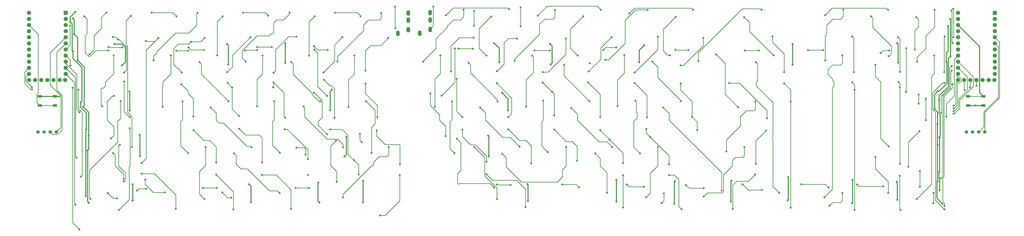
<source format=gbr>
G04 #@! TF.GenerationSoftware,KiCad,Pcbnew,(5.1.9)-1*
G04 #@! TF.CreationDate,2021-02-20T23:04:41-08:00*
G04 #@! TF.ProjectId,kujira,6b756a69-7261-42e6-9b69-6361645f7063,rev?*
G04 #@! TF.SameCoordinates,Original*
G04 #@! TF.FileFunction,Copper,L1,Top*
G04 #@! TF.FilePolarity,Positive*
%FSLAX46Y46*%
G04 Gerber Fmt 4.6, Leading zero omitted, Abs format (unit mm)*
G04 Created by KiCad (PCBNEW (5.1.9)-1) date 2021-02-20 23:04:41*
%MOMM*%
%LPD*%
G01*
G04 APERTURE LIST*
G04 #@! TA.AperFunction,ComponentPad*
%ADD10C,1.752600*%
G04 #@! TD*
G04 #@! TA.AperFunction,ComponentPad*
%ADD11R,1.752600X1.752600*%
G04 #@! TD*
G04 #@! TA.AperFunction,ComponentPad*
%ADD12C,1.397000*%
G04 #@! TD*
G04 #@! TA.AperFunction,ComponentPad*
%ADD13O,1.500000X2.300000*%
G04 #@! TD*
G04 #@! TA.AperFunction,SMDPad,CuDef*
%ADD14R,1.700000X1.000000*%
G04 #@! TD*
G04 #@! TA.AperFunction,ViaPad*
%ADD15C,0.800000*%
G04 #@! TD*
G04 #@! TA.AperFunction,Conductor*
%ADD16C,0.381000*%
G04 #@! TD*
G04 #@! TA.AperFunction,Conductor*
%ADD17C,0.254000*%
G04 #@! TD*
G04 APERTURE END LIST*
D10*
X421857500Y-68293000D03*
X419317500Y-68293000D03*
X416777500Y-68293000D03*
X414237500Y-68293000D03*
X411697500Y-68293000D03*
X409157500Y-40353000D03*
X424168900Y-68293000D03*
X409157500Y-42893000D03*
X409157500Y-45433000D03*
X409157500Y-47973000D03*
X409157500Y-50513000D03*
X409157500Y-53053000D03*
X409157500Y-55593000D03*
X409157500Y-58133000D03*
X409157500Y-60673000D03*
X409157500Y-63213000D03*
X409157500Y-65753000D03*
X409157500Y-68293000D03*
X424397500Y-65753000D03*
X424397500Y-63213000D03*
X424397500Y-60673000D03*
X424397500Y-58133000D03*
X424397500Y-55593000D03*
X424397500Y-53053000D03*
X424397500Y-50513000D03*
X424397500Y-47973000D03*
X424397500Y-45433000D03*
X424397500Y-42893000D03*
D11*
X424397500Y-40353000D03*
D12*
X27559000Y-89916000D03*
X30099000Y-89916000D03*
X32639000Y-89916000D03*
X35179000Y-89916000D03*
D13*
X181102000Y-40430000D03*
X181102000Y-43430000D03*
X181102000Y-47430000D03*
X176802000Y-48930000D03*
X190173500Y-40303000D03*
X190173500Y-43303000D03*
X190173500Y-47303000D03*
X185873500Y-48803000D03*
D14*
X28255000Y-75062000D03*
X34555000Y-75062000D03*
X28255000Y-78862000D03*
X34555000Y-78862000D03*
X419594500Y-78862000D03*
X413294500Y-78862000D03*
X419594500Y-75062000D03*
X413294500Y-75062000D03*
D10*
X36485000Y-68293000D03*
X33945000Y-68293000D03*
X31405000Y-68293000D03*
X28865000Y-68293000D03*
X26325000Y-68293000D03*
X23785000Y-40353000D03*
X38796400Y-68293000D03*
X23785000Y-42893000D03*
X23785000Y-45433000D03*
X23785000Y-47973000D03*
X23785000Y-50513000D03*
X23785000Y-53053000D03*
X23785000Y-55593000D03*
X23785000Y-58133000D03*
X23785000Y-60673000D03*
X23785000Y-63213000D03*
X23785000Y-65753000D03*
X23785000Y-68293000D03*
X39025000Y-65753000D03*
X39025000Y-63213000D03*
X39025000Y-60673000D03*
X39025000Y-58133000D03*
X39025000Y-55593000D03*
X39025000Y-53053000D03*
X39025000Y-50513000D03*
X39025000Y-47973000D03*
X39025000Y-45433000D03*
X39025000Y-42893000D03*
D11*
X39025000Y-40353000D03*
D12*
X412634500Y-89916000D03*
X415174500Y-89916000D03*
X417714500Y-89916000D03*
X420254500Y-89916000D03*
D15*
X47342490Y-116586000D03*
X40894004Y-44196010D03*
X45215052Y-77597000D03*
X47498000Y-88900000D03*
X42989079Y-39957069D03*
X42037000Y-56388000D03*
X36322000Y-75184000D03*
X40865500Y-45720000D03*
X208216500Y-50673000D03*
X198818500Y-64770000D03*
X203517500Y-83693000D03*
X203517500Y-88900000D03*
X229679500Y-121158000D03*
X213515510Y-102235000D03*
X213571569Y-107547940D03*
X208343500Y-45720000D03*
X208470500Y-39497000D03*
X201168000Y-67818000D03*
X407289000Y-50546000D03*
X407113952Y-38704957D03*
X402082000Y-81915000D03*
X401961489Y-109230974D03*
X175641000Y-37846000D03*
X175810475Y-46820525D03*
X267335000Y-54737000D03*
X262001000Y-55753000D03*
X95885000Y-113157000D03*
X101600000Y-113157000D03*
X392811000Y-74422000D03*
X147701000Y-55753000D03*
X141986000Y-54229000D03*
X124460000Y-54610000D03*
X118491010Y-54610000D03*
X147447000Y-74930000D03*
X142113000Y-55626000D03*
X134366000Y-113157000D03*
X139954000Y-113157000D03*
X196596000Y-91567000D03*
X190246000Y-73787000D03*
X201231500Y-92710000D03*
X216655933Y-113036067D03*
X61468000Y-95250000D03*
X63119000Y-110474003D03*
X225234500Y-60325000D03*
X241871500Y-39154021D03*
X65659000Y-83820000D03*
X58547000Y-50419000D03*
X63246000Y-65151000D03*
X65659000Y-88392000D03*
X61087000Y-122301000D03*
X60833000Y-51435000D03*
X63274361Y-68903959D03*
X77470000Y-50800000D03*
X70485000Y-102870000D03*
X84709000Y-121793000D03*
X72276000Y-52095489D03*
X70485000Y-107276979D03*
X96647000Y-50800000D03*
X86995000Y-70104000D03*
X91948000Y-83439000D03*
X92075000Y-89154000D03*
X101473000Y-102616000D03*
X108585000Y-122047000D03*
X87122000Y-65151000D03*
X91059000Y-52422490D03*
X101473000Y-107657979D03*
X106172000Y-69596000D03*
X110871000Y-83185000D03*
X110998000Y-88519000D03*
X120523000Y-102616000D03*
X132461000Y-121920000D03*
X106045000Y-65024000D03*
X115697000Y-50453990D03*
X120396000Y-107784979D03*
X108013500Y-71408990D03*
X41021000Y-62357000D03*
X44704000Y-81661000D03*
X406527000Y-62484000D03*
X43526010Y-100584000D03*
X406527000Y-64389000D03*
X125222000Y-69342000D03*
X130048000Y-83947000D03*
X129921000Y-88773000D03*
X125222000Y-65278000D03*
X134747000Y-50291992D03*
X139446000Y-101219000D03*
X125095000Y-71374000D03*
X139446000Y-107784979D03*
X153797000Y-50482500D03*
X145923000Y-65151000D03*
X148774430Y-88830421D03*
X150495000Y-83947000D03*
X146177000Y-68199000D03*
X158496000Y-101600000D03*
X160528000Y-107568996D03*
X45396011Y-108458000D03*
X172847000Y-50800000D03*
X163322000Y-64389000D03*
X163322000Y-69850000D03*
X168275000Y-83820000D03*
X168021000Y-89281000D03*
X177673000Y-103378000D03*
X177546000Y-107823000D03*
X169418000Y-124587000D03*
X44704000Y-130429000D03*
X43053000Y-120142000D03*
X392811000Y-78105002D03*
X25035425Y-72246575D03*
X24961319Y-71247000D03*
X41925991Y-71501000D03*
X217868500Y-64643000D03*
X226123500Y-51054000D03*
X217741500Y-69596000D03*
X222567500Y-83693000D03*
X222567500Y-88773000D03*
X232092500Y-102997000D03*
X227647500Y-45974000D03*
X227647500Y-38192010D03*
X246443500Y-51054000D03*
X241617500Y-83058000D03*
X241617500Y-88900000D03*
X251142500Y-101854000D03*
X236791500Y-69342006D03*
X236918500Y-65024000D03*
X240696747Y-73247253D03*
X260667500Y-83693000D03*
X260667500Y-89154000D03*
X270192500Y-102870000D03*
X270192500Y-107950000D03*
X270192500Y-121285000D03*
X265468100Y-50469800D03*
X255714500Y-69342000D03*
X255841500Y-64770000D03*
X264604510Y-93091000D03*
X294449500Y-122047000D03*
X289242500Y-107823000D03*
X284543500Y-50292000D03*
X275018500Y-65151000D03*
X275018500Y-69596000D03*
X279844500Y-88646000D03*
X280098500Y-83820000D03*
X281432000Y-92011500D03*
X289242500Y-103378000D03*
X294068500Y-69723000D03*
X298767500Y-83566000D03*
X294068500Y-62230000D03*
X303466500Y-50800000D03*
X300916892Y-89144392D03*
X339661500Y-121412000D03*
X336994500Y-69723000D03*
X336994500Y-65024000D03*
X332168500Y-50199990D03*
X339661500Y-77314490D03*
X315658500Y-121920000D03*
X324929500Y-107569000D03*
X325183500Y-103124000D03*
X314134500Y-69596000D03*
X329882500Y-84201000D03*
X329501500Y-89281000D03*
X191452500Y-37719000D03*
X207899000Y-55245000D03*
X201929996Y-55245000D03*
X297307000Y-55880000D03*
X291846000Y-55753000D03*
X223520000Y-111887000D03*
X217805000Y-111760000D03*
X251904500Y-112903000D03*
X244919500Y-111760000D03*
X278828500Y-112649000D03*
X271716500Y-111760000D03*
X187261500Y-60706000D03*
X204025500Y-39144510D03*
X262826500Y-59944000D03*
X280352500Y-39154021D03*
X301434500Y-60452000D03*
X327596500Y-39100032D03*
X376936000Y-57121500D03*
X380619000Y-56007000D03*
X391160000Y-55626000D03*
X391795000Y-42164000D03*
X93726000Y-40386000D03*
X75438000Y-60071000D03*
X131826000Y-40259000D03*
X113665000Y-60579000D03*
X142240000Y-41783000D03*
X139954000Y-58166000D03*
X320611500Y-56007000D03*
X326453500Y-56007000D03*
X194945000Y-74803000D03*
X200440999Y-55210007D03*
X403415500Y-120650000D03*
X196659500Y-41402000D03*
X222948500Y-38890510D03*
X54229000Y-79248000D03*
X58928000Y-58166000D03*
X325056500Y-77244500D03*
X312991500Y-98044000D03*
X163576000Y-77089000D03*
X165862000Y-98615502D03*
X149352000Y-72263000D03*
X148669501Y-80946499D03*
X154590490Y-100171510D03*
X69797501Y-100001499D03*
X69723000Y-91059000D03*
X48641000Y-119380000D03*
X162284490Y-119221510D03*
X162306000Y-110236000D03*
X115824004Y-119126000D03*
X42037000Y-42672000D03*
X46228000Y-79375000D03*
X62357000Y-62230000D03*
X59182000Y-53339988D03*
X106426000Y-61849000D03*
X105918000Y-53340000D03*
X66854490Y-118438510D03*
X66802000Y-111633000D03*
X115062000Y-111633000D03*
X144272000Y-119253000D03*
X143764000Y-110963000D03*
X65532000Y-81026000D03*
X65452522Y-73025000D03*
X48133004Y-97536000D03*
X48533003Y-91420997D03*
X130079490Y-52990490D03*
X130048000Y-61214000D03*
X42545000Y-49276000D03*
X43953778Y-60107827D03*
X354012500Y-60198000D03*
X361505500Y-39116000D03*
X258635500Y-98806000D03*
X263461500Y-115189000D03*
X151384000Y-110617000D03*
X169890249Y-40478685D03*
X151765000Y-60579000D03*
X218122500Y-77216000D03*
X206057500Y-61087000D03*
X245706900Y-62001400D03*
X256222500Y-77089000D03*
X82612782Y-58103218D03*
X79248000Y-79375000D03*
X199199500Y-77216000D03*
X200215500Y-98679000D03*
X284600933Y-96208567D03*
X279717500Y-117094000D03*
X380174500Y-115189000D03*
X374840500Y-100330000D03*
X365188500Y-50165000D03*
X365823500Y-65024000D03*
X365188500Y-69250000D03*
X366204500Y-122301000D03*
X366204501Y-72389999D03*
X384238500Y-50546000D03*
X385000500Y-64897000D03*
X384492500Y-69123000D03*
X385000500Y-103124000D03*
X384873500Y-108077000D03*
X385254500Y-122301000D03*
X385000500Y-71408990D03*
X403542500Y-50165000D03*
X403387000Y-65024000D03*
X403542500Y-69469000D03*
X403450490Y-122047000D03*
X141971019Y-73577357D03*
X327774468Y-113995032D03*
X319722500Y-111633000D03*
X234759500Y-41529000D03*
X260921500Y-39100032D03*
X272796000Y-40640000D03*
X299212000Y-39116000D03*
X332549500Y-58039000D03*
X320412029Y-42192510D03*
X194373500Y-58039000D03*
X192087500Y-79375000D03*
X232473500Y-58194500D03*
X229933500Y-79375000D03*
X270700500Y-57912000D03*
X267906500Y-79121000D03*
X66040000Y-41656000D03*
X66445261Y-96139000D03*
X104140000Y-41783000D03*
X101854000Y-58039000D03*
X134747000Y-96393000D03*
X138557000Y-99314000D03*
X287083500Y-115443000D03*
X286194500Y-119431000D03*
X80137000Y-115062000D03*
X58674000Y-98679000D03*
X72009000Y-109728000D03*
X63119000Y-109474000D03*
X56515000Y-115316000D03*
X60325000Y-117475000D03*
X97027282Y-96167500D03*
X96520000Y-117728996D03*
X107696000Y-117221000D03*
X103999032Y-115075968D03*
X55880000Y-40259000D03*
X48895000Y-57658000D03*
X127762000Y-115316000D03*
X108839000Y-98806000D03*
X172986532Y-96167500D03*
X154051000Y-117094000D03*
X405955500Y-58420000D03*
X401256500Y-106630823D03*
X401383494Y-114173000D03*
X401291490Y-92202000D03*
X44323000Y-72390000D03*
X406452234Y-39454713D03*
X406908000Y-52959000D03*
X387604000Y-55118000D03*
X387512285Y-73247253D03*
X404241000Y-83566000D03*
X407289000Y-82296000D03*
X407289000Y-81279994D03*
X407239982Y-79071966D03*
X407274433Y-80153091D03*
X406781000Y-69977000D03*
X155355990Y-91948000D03*
X151130000Y-93564010D03*
X401291499Y-76552499D03*
X404177500Y-60706000D03*
X402653500Y-119761000D03*
X230695500Y-118618000D03*
X383857500Y-118110000D03*
X383603500Y-110617000D03*
X365315500Y-109855000D03*
X365061500Y-119507000D03*
X338645500Y-108712000D03*
X338391500Y-118364000D03*
X315150500Y-110109000D03*
X291401500Y-119761000D03*
X267398508Y-118872000D03*
X214439500Y-100076000D03*
X214185500Y-91440000D03*
X222440500Y-80899000D03*
X220027500Y-73660000D03*
X384273500Y-61087000D03*
X383857500Y-52959000D03*
X340423500Y-61976000D03*
X340423497Y-53340003D03*
X256349500Y-61341000D03*
X218757500Y-60960000D03*
X314896500Y-118872000D03*
X291655500Y-110362996D03*
X267398500Y-109855000D03*
X400592990Y-86487000D03*
X400621500Y-95250000D03*
X400592990Y-110490000D03*
X230530676Y-111595176D03*
X400685000Y-72898000D03*
X399366487Y-80356010D03*
X216662006Y-52959000D03*
X278892000Y-53848000D03*
X276860000Y-60960000D03*
X240157000Y-61849000D03*
X239903000Y-53213000D03*
X89789000Y-56134000D03*
X84836000Y-56134000D03*
X62484000Y-54737000D03*
X56769000Y-54610000D03*
X118491000Y-55880000D03*
X113411000Y-56007000D03*
X96393000Y-55753000D03*
X89916000Y-54737000D03*
X355409500Y-113030000D03*
X344106500Y-111633000D03*
X378142500Y-112522000D03*
X367220500Y-111760000D03*
X393319000Y-112649000D03*
X393319000Y-106172000D03*
X388556500Y-104394002D03*
X393128500Y-89535000D03*
X411861000Y-72517000D03*
X413954375Y-71435375D03*
X416777500Y-70704010D03*
X161798000Y-94107000D03*
X161036000Y-90741500D03*
X147460269Y-90791731D03*
X405834989Y-42926000D03*
X416306000Y-78867000D03*
X404939494Y-45847000D03*
X346900500Y-55880000D03*
X353123500Y-55880000D03*
X56769000Y-56007000D03*
X46736000Y-41783000D03*
X303593500Y-113284000D03*
X296227500Y-112014000D03*
X395732000Y-76073000D03*
X395732000Y-84963000D03*
X59055000Y-74930000D03*
X57785000Y-92583000D03*
X68580000Y-114300000D03*
X72390000Y-113538000D03*
X213550500Y-58166000D03*
X215455500Y-41910000D03*
X251396500Y-58166000D03*
X253682500Y-41783000D03*
X292036500Y-42037000D03*
X289623500Y-58038998D03*
X354012506Y-41275000D03*
X380055327Y-39084032D03*
X373062500Y-41783000D03*
X380366624Y-58409327D03*
X392112500Y-60706000D03*
X399351500Y-39081010D03*
X74676000Y-40259000D03*
X84963000Y-41783000D03*
X112649000Y-40259000D03*
X123063000Y-41529000D03*
X161290000Y-41783000D03*
X150749000Y-40259000D03*
X282384500Y-60706000D03*
X294195500Y-77088999D03*
X308800500Y-57658000D03*
X317944500Y-79657521D03*
X325183500Y-60833000D03*
X334962500Y-115189000D03*
X361124500Y-58039000D03*
X353631500Y-117094000D03*
X380301500Y-95885000D03*
X374840500Y-61976000D03*
X399224500Y-58166000D03*
X391985500Y-117729000D03*
X106553000Y-77089000D03*
X94488000Y-60833000D03*
X120650000Y-58194500D03*
X118364000Y-79248000D03*
X132588000Y-60833000D03*
X144653000Y-77216000D03*
X158750000Y-58194500D03*
X156337000Y-79502000D03*
X210883500Y-79756000D03*
X227266500Y-96012000D03*
X237045500Y-76835000D03*
X238950500Y-98298000D03*
X248729500Y-80010000D03*
X265711309Y-96138999D03*
X275272500Y-76835000D03*
X277177500Y-98806000D03*
X286829500Y-79756000D03*
X311086500Y-114300000D03*
X49276000Y-117729000D03*
X61849000Y-77089000D03*
X87503000Y-77216000D03*
X89789000Y-98679000D03*
X99187000Y-79756000D03*
X116078000Y-96266000D03*
X125476000Y-77117500D03*
X127889000Y-98551994D03*
X137715692Y-79284986D03*
X154048795Y-96274322D03*
X208432225Y-96167500D03*
X217868500Y-117729000D03*
X246570500Y-96139000D03*
X220027500Y-98933000D03*
X320484500Y-96294500D03*
X303593500Y-116713000D03*
X361124500Y-115316000D03*
X355790500Y-120523000D03*
X398970500Y-115189000D03*
X398843500Y-119507000D03*
X239903000Y-56007000D03*
X233426000Y-56007000D03*
D16*
X28255000Y-75062000D02*
X34555000Y-75062000D01*
X47498000Y-81915000D02*
X47498000Y-88900000D01*
X47342490Y-116586000D02*
X47342490Y-89055510D01*
X47342490Y-89055510D02*
X47498000Y-88900000D01*
X45215052Y-79632052D02*
X47498000Y-81915000D01*
X45215052Y-77597000D02*
X45215052Y-79632052D01*
X40894004Y-44196010D02*
X40894004Y-42052144D01*
X40894004Y-42052144D02*
X42989079Y-39957069D01*
X42037000Y-59366683D02*
X42037000Y-56388000D01*
X41656000Y-44958006D02*
X41656000Y-56007000D01*
X40894004Y-44196010D02*
X41656000Y-44958006D01*
X45720000Y-77092052D02*
X45720000Y-63049683D01*
X45720000Y-63049683D02*
X42037000Y-59366683D01*
X41656000Y-56007000D02*
X42037000Y-56388000D01*
X45215052Y-77597000D02*
X45720000Y-77092052D01*
X36200000Y-75062000D02*
X36322000Y-75184000D01*
X34555000Y-75062000D02*
X36200000Y-75062000D01*
D17*
X40865500Y-53752500D02*
X40865500Y-45720000D01*
X39025000Y-55593000D02*
X40865500Y-53752500D01*
X229679500Y-121158000D02*
X229679500Y-113665000D01*
X229679500Y-113665000D02*
X225996500Y-109982000D01*
X225996500Y-109982000D02*
X216005629Y-109982000D01*
X216005629Y-109982000D02*
X213571569Y-107547940D01*
X213515510Y-99914010D02*
X213515510Y-102235000D01*
X208851500Y-95250000D02*
X213515510Y-99914010D01*
X206946500Y-95250000D02*
X208851500Y-95250000D01*
X203517500Y-91821000D02*
X206946500Y-95250000D01*
X203517500Y-88900000D02*
X203517500Y-91821000D01*
X208343500Y-45720000D02*
X208343500Y-39624000D01*
X208343500Y-39624000D02*
X208470500Y-39497000D01*
X203517500Y-83693000D02*
X201168000Y-81343500D01*
X201168000Y-81343500D02*
X201168000Y-67818000D01*
X198818500Y-54165500D02*
X198818500Y-64770000D01*
X202311000Y-50673000D02*
X198818500Y-54165500D01*
X208216500Y-50673000D02*
X202311000Y-50673000D01*
X407289000Y-38880005D02*
X407113952Y-38704957D01*
X407289000Y-50546000D02*
X407289000Y-38880005D01*
X175641000Y-46651050D02*
X175810475Y-46820525D01*
X175641000Y-37846000D02*
X175641000Y-46651050D01*
X263017000Y-54737000D02*
X262001000Y-55753000D01*
X267335000Y-54737000D02*
X263017000Y-54737000D01*
X95885000Y-113157000D02*
X101600000Y-113157000D01*
X143510000Y-55753000D02*
X141986000Y-54229000D01*
X147701000Y-55753000D02*
X143510000Y-55753000D01*
X124460000Y-54610000D02*
X118491010Y-54610000D01*
X143517001Y-57030001D02*
X142113000Y-55626000D01*
X147447000Y-74930000D02*
X143517001Y-71000001D01*
X143517001Y-71000001D02*
X143517001Y-57030001D01*
X134366000Y-113157000D02*
X139954000Y-113157000D01*
X194060249Y-82679039D02*
X190246000Y-78864790D01*
X194060249Y-84960961D02*
X194060249Y-82679039D01*
X190246000Y-78864790D02*
X190246000Y-73787000D01*
X196596000Y-87496712D02*
X194060249Y-84960961D01*
X196596000Y-91567000D02*
X196596000Y-87496712D01*
X201530001Y-111106001D02*
X202057000Y-111633000D01*
X201530001Y-107254302D02*
X201530001Y-111106001D01*
X202882500Y-94361000D02*
X202882500Y-105901803D01*
X201231500Y-92710000D02*
X202882500Y-94361000D01*
X202882500Y-105901803D02*
X201530001Y-107254302D01*
X214963965Y-111344099D02*
X216655933Y-113036067D01*
X202345901Y-111344099D02*
X214963965Y-111344099D01*
X202057000Y-111633000D02*
X202345901Y-111344099D01*
X63846001Y-109822961D02*
X63194959Y-110474003D01*
X63846001Y-106892713D02*
X63846001Y-109822961D01*
X60964249Y-104010961D02*
X63846001Y-106892713D01*
X63194959Y-110474003D02*
X63119000Y-110474003D01*
X60964249Y-95753751D02*
X60964249Y-104010961D01*
X61468000Y-95250000D02*
X60964249Y-95753751D01*
X235496751Y-45138249D02*
X237676990Y-42958010D01*
X225234500Y-60325000D02*
X225234500Y-59621288D01*
X237676990Y-42958010D02*
X241164804Y-42958010D01*
X225234500Y-59621288D02*
X235496751Y-49359037D01*
X241164804Y-42958010D02*
X241871500Y-42251314D01*
X235496751Y-49359037D02*
X235496751Y-45138249D01*
X241871500Y-42251314D02*
X241871500Y-39154021D01*
X28255000Y-78862000D02*
X34555000Y-78862000D01*
X419594500Y-75062000D02*
X413294500Y-75062000D01*
X59817000Y-50419000D02*
X60833000Y-51435000D01*
X58547000Y-50419000D02*
X59817000Y-50419000D01*
X61183871Y-51435000D02*
X60833000Y-51435000D01*
X64271511Y-54522640D02*
X61183871Y-51435000D01*
X63246000Y-65151000D02*
X64271511Y-64125489D01*
X64271511Y-64125489D02*
X64271511Y-54522640D01*
X63274361Y-81435361D02*
X63274361Y-68903959D01*
X65659000Y-83820000D02*
X63274361Y-81435361D01*
X65659000Y-88392000D02*
X65718251Y-88451251D01*
X65370002Y-118017998D02*
X61087000Y-122301000D01*
X65324249Y-108952285D02*
X65370002Y-108998038D01*
X65718251Y-88451251D02*
X65718251Y-104139037D01*
X65370002Y-108998038D02*
X65370002Y-118017998D01*
X65324249Y-104533039D02*
X65324249Y-108952285D01*
X65718251Y-104139037D02*
X65324249Y-104533039D01*
X70485000Y-102870000D02*
X72424999Y-100930001D01*
X72424999Y-100930001D02*
X72424999Y-55845001D01*
X72377511Y-52197000D02*
X72276000Y-52095489D01*
X76073000Y-52197000D02*
X72377511Y-52197000D01*
X72424999Y-55845001D02*
X76073000Y-52197000D01*
X76073000Y-52197000D02*
X77470000Y-50800000D01*
X84709000Y-116078000D02*
X75907979Y-107276979D01*
X75907979Y-107276979D02*
X70485000Y-107276979D01*
X84709000Y-121793000D02*
X84709000Y-116078000D01*
X92075000Y-89154000D02*
X96393000Y-93472000D01*
X96393000Y-93472000D02*
X98806000Y-93472000D01*
X101473000Y-96139000D02*
X101473000Y-102616000D01*
X98806000Y-93472000D02*
X101473000Y-96139000D01*
X89823999Y-73945461D02*
X91948000Y-76069462D01*
X89823999Y-72932999D02*
X89823999Y-73945461D01*
X91948000Y-76069462D02*
X91948000Y-83439000D01*
X86995000Y-70104000D02*
X88392000Y-71501000D01*
X88392000Y-71501000D02*
X89823999Y-72932999D01*
X95024510Y-52422490D02*
X91059000Y-52422490D01*
X96647000Y-50800000D02*
X95024510Y-52422490D01*
X108585000Y-122047000D02*
X108585000Y-114769979D01*
X108585000Y-114769979D02*
X101473000Y-107657979D01*
X85725000Y-53340000D02*
X90141490Y-53340000D01*
X83820000Y-55245000D02*
X85725000Y-53340000D01*
X83820000Y-61849000D02*
X83820000Y-55245000D01*
X85463999Y-63492999D02*
X83820000Y-61849000D01*
X85702961Y-63492999D02*
X85463999Y-63492999D01*
X90141490Y-53340000D02*
X91059000Y-52422490D01*
X86367001Y-64157039D02*
X85702961Y-63492999D01*
X86367001Y-64396001D02*
X86367001Y-64157039D01*
X87122000Y-65151000D02*
X86367001Y-64396001D01*
X110998000Y-88519000D02*
X113665000Y-91186000D01*
X113665000Y-91186000D02*
X119380000Y-91186000D01*
X120523000Y-92329000D02*
X120523000Y-102616000D01*
X119380000Y-91186000D02*
X120523000Y-92329000D01*
X132461000Y-121920000D02*
X132461000Y-113919000D01*
X132461000Y-113919000D02*
X126326979Y-107784979D01*
X126326979Y-107784979D02*
X120396000Y-107784979D01*
X108204000Y-57946990D02*
X115697000Y-50453990D01*
X108204000Y-62865000D02*
X108204000Y-57946990D01*
X106045000Y-65024000D02*
X108204000Y-62865000D01*
X106172000Y-69596000D02*
X107984990Y-71408990D01*
X110871000Y-83185000D02*
X108013500Y-80327500D01*
X107984990Y-71408990D02*
X108013500Y-71408990D01*
X108013500Y-80327500D02*
X108013500Y-71408990D01*
X39025000Y-58133000D02*
X41021000Y-60129000D01*
X41021000Y-60129000D02*
X41021000Y-62357000D01*
X43595995Y-80552995D02*
X44704000Y-81661000D01*
X39025000Y-60673000D02*
X39025000Y-61436962D01*
X39025000Y-61436962D02*
X43595995Y-66007957D01*
X43595995Y-66007957D02*
X43595995Y-80552995D01*
X402082000Y-81915000D02*
X402082000Y-75031025D01*
X402082000Y-75031025D02*
X405599988Y-71513037D01*
X405599988Y-71513037D02*
X405599988Y-63411012D01*
X405599988Y-63411012D02*
X406527000Y-62484000D01*
X43126011Y-100184001D02*
X43526010Y-100584000D01*
X43126011Y-67314011D02*
X43126011Y-100184001D01*
X39025000Y-63213000D02*
X43126011Y-67314011D01*
X406053998Y-64862002D02*
X406527000Y-64389000D01*
X401961489Y-109230974D02*
X402809000Y-108383463D01*
X402809000Y-108383463D02*
X402809001Y-74946092D01*
X406053998Y-71701095D02*
X406053998Y-64862002D01*
X402809001Y-74946092D02*
X406053998Y-71701095D01*
X129540000Y-83439000D02*
X130048000Y-83947000D01*
X129540000Y-73660000D02*
X129540000Y-83439000D01*
X125222000Y-69342000D02*
X129540000Y-73660000D01*
X129921000Y-88773000D02*
X130944068Y-88773000D01*
X139446000Y-97274932D02*
X139446000Y-101219000D01*
X133353534Y-91182466D02*
X139446000Y-97274932D01*
X130944068Y-88773000D02*
X133353534Y-91182466D01*
X125222000Y-69342000D02*
X125222000Y-71247000D01*
X125222000Y-71247000D02*
X125095000Y-71374000D01*
X131445008Y-50291992D02*
X134747000Y-50291992D01*
X126047500Y-55689500D02*
X131445008Y-50291992D01*
X126047500Y-64452500D02*
X126047500Y-55689500D01*
X125222000Y-65278000D02*
X126047500Y-64452500D01*
X150558500Y-60515500D02*
X145923000Y-65151000D01*
X153797000Y-50482500D02*
X150558500Y-53721000D01*
X150558500Y-53721000D02*
X150558500Y-60515500D01*
X150495000Y-83947000D02*
X150495000Y-71824315D01*
X150495000Y-71824315D02*
X149155685Y-70485000D01*
X149155685Y-70485000D02*
X148209000Y-70485000D01*
X148209000Y-70231000D02*
X148209000Y-70485000D01*
X146177000Y-68199000D02*
X148209000Y-70231000D01*
X158496000Y-101600000D02*
X160528000Y-103632000D01*
X160528000Y-103632000D02*
X160528000Y-107568996D01*
X163322000Y-56134000D02*
X163322000Y-64389000D01*
X165481000Y-53975000D02*
X163322000Y-56134000D01*
X169672000Y-53975000D02*
X165481000Y-53975000D01*
X172847000Y-50800000D02*
X169672000Y-53975000D01*
X168275000Y-78867000D02*
X168275000Y-83820000D01*
X163322000Y-73914000D02*
X168275000Y-78867000D01*
X163322000Y-69850000D02*
X163322000Y-73914000D01*
X177546000Y-107823000D02*
X177546000Y-118491000D01*
X171450000Y-124587000D02*
X169418000Y-124587000D01*
X177546000Y-118491000D02*
X171450000Y-124587000D01*
X177419000Y-95123000D02*
X177673000Y-95377000D01*
X177673000Y-95377000D02*
X177673000Y-103378000D01*
X171577000Y-95123000D02*
X177419000Y-95123000D01*
X168021000Y-91567000D02*
X171577000Y-95123000D01*
X168021000Y-89281000D02*
X168021000Y-91567000D01*
X39025000Y-65753000D02*
X39025000Y-66479451D01*
X42653001Y-69381001D02*
X39025000Y-65753000D01*
X43053000Y-120142000D02*
X42653001Y-119742001D01*
X42653001Y-119742001D02*
X42653001Y-69381001D01*
X392811000Y-74422000D02*
X392811000Y-78105002D01*
X27077999Y-74300399D02*
X27077999Y-77684999D01*
X23785000Y-45433000D02*
X27651002Y-49299002D01*
X27651002Y-73727396D02*
X27077999Y-74300399D01*
X27077999Y-77684999D02*
X28255000Y-78862000D01*
X27651002Y-49299002D02*
X27651002Y-73727396D01*
X24469740Y-72246575D02*
X25035425Y-72246575D01*
X22024990Y-69801825D02*
X24469740Y-72246575D01*
X23785000Y-63213000D02*
X22024990Y-64973010D01*
X22024990Y-64973010D02*
X22024990Y-69801825D01*
X22479000Y-68764681D02*
X24961319Y-71247000D01*
X23785000Y-65753000D02*
X22479000Y-67059000D01*
X22479000Y-67059000D02*
X22479000Y-68764681D01*
X44704000Y-130429000D02*
X41925991Y-127650991D01*
X41925991Y-127650991D02*
X41925991Y-71501000D01*
X222567500Y-88773000D02*
X227139500Y-93345000D01*
X227139500Y-93345000D02*
X229806500Y-93345000D01*
X229806500Y-93345000D02*
X232092500Y-95631000D01*
X232092500Y-95631000D02*
X232092500Y-102997000D01*
X223964500Y-82296000D02*
X222567500Y-83693000D01*
X223964500Y-75819000D02*
X223964500Y-82296000D01*
X217741500Y-69596000D02*
X223964500Y-75819000D01*
X222634536Y-51054000D02*
X226123500Y-51054000D01*
X220789500Y-52899036D02*
X222634536Y-51054000D01*
X220789500Y-61722000D02*
X220789500Y-52899036D01*
X217868500Y-64643000D02*
X220789500Y-61722000D01*
X227647500Y-45974000D02*
X227647500Y-38192010D01*
X241617500Y-88900000D02*
X246570500Y-93853000D01*
X246570500Y-93853000D02*
X249110500Y-93853000D01*
X251142500Y-95885000D02*
X251142500Y-101854000D01*
X249110500Y-93853000D02*
X251142500Y-95885000D01*
X241617500Y-83058000D02*
X241617500Y-74168006D01*
X240696747Y-73247253D02*
X236791500Y-69342006D01*
X241617500Y-74168006D02*
X240696747Y-73247253D01*
X239014000Y-65024000D02*
X236918500Y-65024000D01*
X246443500Y-57594500D02*
X239014000Y-65024000D01*
X246443500Y-51054000D02*
X246443500Y-57594500D01*
X270192500Y-107950000D02*
X270192500Y-121285000D01*
X260667500Y-83693000D02*
X260667500Y-74295000D01*
X260667500Y-74295000D02*
X255714500Y-69342000D01*
X260667500Y-89154000D02*
X264604500Y-93091000D01*
X264604500Y-93091000D02*
X264604510Y-93091000D01*
X270192500Y-102870000D02*
X270192500Y-98678990D01*
X270192500Y-98678990D02*
X264604510Y-93091000D01*
X260985000Y-59626500D02*
X255841500Y-64770000D01*
X260985000Y-54952900D02*
X260985000Y-59626500D01*
X265468100Y-50469800D02*
X260985000Y-54952900D01*
X284543500Y-50292000D02*
X284543500Y-55626000D01*
X284543500Y-55626000D02*
X275018500Y-65151000D01*
X279844500Y-90424000D02*
X279844500Y-88646000D01*
X280098500Y-74676000D02*
X280098500Y-83820000D01*
X275018500Y-69596000D02*
X280098500Y-74676000D01*
X291401500Y-107823000D02*
X289242500Y-107823000D01*
X293306500Y-109728000D02*
X291401500Y-107823000D01*
X293306500Y-120904000D02*
X293306500Y-109728000D01*
X294449500Y-122047000D02*
X293306500Y-120904000D01*
X281432000Y-92011500D02*
X279844500Y-90424000D01*
X289242500Y-99822000D02*
X289242500Y-103378000D01*
X281432000Y-92011500D02*
X289242500Y-99822000D01*
X294068500Y-69723000D02*
X294068500Y-72517000D01*
X298767500Y-77216000D02*
X298767500Y-83566000D01*
X294068500Y-72517000D02*
X298767500Y-77216000D01*
X294068500Y-62230000D02*
X295211500Y-62230000D01*
X295211500Y-62230000D02*
X303466500Y-53975000D01*
X303466500Y-53975000D02*
X303466500Y-50800000D01*
X300916892Y-85715392D02*
X300916892Y-89144392D01*
X298767500Y-83566000D02*
X300916892Y-85715392D01*
X336994500Y-65024000D02*
X336994500Y-57441684D01*
X336994500Y-57441684D02*
X332168500Y-52615684D01*
X332168500Y-52615684D02*
X332168500Y-50199990D01*
X339661500Y-72390000D02*
X339661500Y-77314490D01*
X336994500Y-69723000D02*
X339661500Y-72390000D01*
X339661500Y-121412000D02*
X339661500Y-77314490D01*
X329882500Y-80994538D02*
X329882500Y-84201000D01*
X318483962Y-69596000D02*
X329882500Y-80994538D01*
X314134500Y-69596000D02*
X318483962Y-69596000D01*
X315658500Y-121920000D02*
X315658500Y-112014000D01*
X322135500Y-110363000D02*
X324929500Y-107569000D01*
X315658500Y-112014000D02*
X317309500Y-110363000D01*
X317309500Y-110363000D02*
X322135500Y-110363000D01*
X325183500Y-103124000D02*
X325183500Y-93599000D01*
X325183500Y-93599000D02*
X329501500Y-89281000D01*
X191452500Y-38284685D02*
X191452500Y-37719000D01*
X191452500Y-45875000D02*
X191452500Y-38284685D01*
X190173500Y-47154000D02*
X191452500Y-45875000D01*
X207899000Y-55245000D02*
X201929996Y-55245000D01*
X293471318Y-55969182D02*
X293560500Y-55880000D01*
X291973000Y-55880000D02*
X291846000Y-55753000D01*
X297307000Y-55880000D02*
X291973000Y-55880000D01*
X217932000Y-111887000D02*
X217805000Y-111760000D01*
X223520000Y-111887000D02*
X217932000Y-111887000D01*
X250761500Y-111760000D02*
X244919500Y-111760000D01*
X251904500Y-112903000D02*
X250761500Y-111760000D01*
X272605500Y-112649000D02*
X271716500Y-111760000D01*
X278828500Y-112649000D02*
X272605500Y-112649000D01*
X204025500Y-42124314D02*
X204025500Y-39144510D01*
X202806815Y-43342999D02*
X204025500Y-42124314D01*
X199798501Y-43342999D02*
X202806815Y-43342999D01*
X187261500Y-60706000D02*
X187261500Y-60452000D01*
X197396751Y-46332961D02*
X197396751Y-45744749D01*
X192514510Y-51215202D02*
X197396751Y-46332961D01*
X197396751Y-45744749D02*
X199798501Y-43342999D01*
X192514510Y-55198990D02*
X192514510Y-51215202D01*
X187261500Y-60452000D02*
X192514510Y-55198990D01*
X279391804Y-39083990D02*
X279423814Y-39116000D01*
X271042749Y-43512437D02*
X275471196Y-39083990D01*
X280314479Y-39116000D02*
X280352500Y-39154021D01*
X271042749Y-53061251D02*
X271042749Y-43512437D01*
X265970010Y-58133990D02*
X271042749Y-53061251D01*
X265819196Y-58133990D02*
X265970010Y-58133990D01*
X265592490Y-58360696D02*
X265819196Y-58133990D01*
X275471196Y-39083990D02*
X279391804Y-39083990D01*
X265592490Y-58511510D02*
X265592490Y-58360696D01*
X279423814Y-39116000D02*
X280314479Y-39116000D01*
X264160000Y-59944000D02*
X265592490Y-58511510D01*
X262826500Y-59944000D02*
X264160000Y-59944000D01*
X327196501Y-38700033D02*
X327596500Y-39100032D01*
X319630467Y-38700033D02*
X327196501Y-38700033D01*
X301434500Y-56896000D02*
X319630467Y-38700033D01*
X301434500Y-60452000D02*
X301434500Y-56896000D01*
X378050500Y-56007000D02*
X380619000Y-56007000D01*
X376936000Y-57121500D02*
X378050500Y-56007000D01*
X392691001Y-46332961D02*
X392691001Y-43060001D01*
X391160000Y-47863962D02*
X392691001Y-46332961D01*
X392691001Y-43060001D02*
X391795000Y-42164000D01*
X391160000Y-55626000D02*
X391160000Y-47863962D01*
X90133038Y-48768000D02*
X93326001Y-45575037D01*
X84582000Y-48768000D02*
X90133038Y-48768000D01*
X93326001Y-40785999D02*
X93726000Y-40386000D01*
X76708000Y-56642000D02*
X84582000Y-48768000D01*
X76708000Y-57150000D02*
X76708000Y-56642000D01*
X75438000Y-58420000D02*
X76708000Y-57150000D01*
X93326001Y-45575037D02*
X93326001Y-40785999D01*
X75438000Y-60071000D02*
X75438000Y-58420000D01*
X112268000Y-56007000D02*
X112268000Y-59182000D01*
X124890001Y-48972999D02*
X124218039Y-48972999D01*
X125257999Y-48605001D02*
X124890001Y-48972999D01*
X112268000Y-59182000D02*
X113665000Y-60579000D01*
X124218039Y-48972999D02*
X123267999Y-49923039D01*
X125257999Y-44579039D02*
X125257999Y-48605001D01*
X118351961Y-49923039D02*
X112268000Y-56007000D01*
X123267999Y-49923039D02*
X118351961Y-49923039D01*
X126494039Y-43342999D02*
X125257999Y-44579039D01*
X131826000Y-40824685D02*
X129307686Y-43342999D01*
X129307686Y-43342999D02*
X126494039Y-43342999D01*
X131826000Y-40259000D02*
X131826000Y-40824685D01*
X139954000Y-44069000D02*
X139954000Y-58166000D01*
X142240000Y-41783000D02*
X139954000Y-44069000D01*
X419798500Y-87832000D02*
X417714500Y-89916000D01*
X419798500Y-81526932D02*
X419798500Y-87832000D01*
X425767500Y-75557932D02*
X419798500Y-81526932D01*
X425767500Y-54575000D02*
X425767500Y-75557932D01*
X425548500Y-54356000D02*
X425767500Y-54575000D01*
X320611500Y-56007000D02*
X326453500Y-56007000D01*
X200440999Y-69307001D02*
X200440999Y-55210007D01*
X194945000Y-74803000D02*
X200440999Y-69307001D01*
X196659500Y-41402000D02*
X199707500Y-38354000D01*
X199707500Y-38354000D02*
X222411990Y-38354000D01*
X222411990Y-38354000D02*
X222948500Y-38890510D01*
X58928000Y-65659000D02*
X58928000Y-58166000D01*
X55484501Y-69102499D02*
X58928000Y-65659000D01*
X55484501Y-70726961D02*
X55484501Y-69102499D01*
X53721000Y-71677001D02*
X54534461Y-71677001D01*
X53721000Y-78740000D02*
X53721000Y-71677001D01*
X54534461Y-71677001D02*
X55484501Y-70726961D01*
X54229000Y-79248000D02*
X53721000Y-78740000D01*
X312991500Y-93223934D02*
X312991500Y-98044000D01*
X318840501Y-83460499D02*
X318840501Y-87374933D01*
X318840501Y-87374933D02*
X312991500Y-93223934D01*
X321242990Y-81058010D02*
X318840501Y-83460499D01*
X324476804Y-81058010D02*
X321242990Y-81058010D01*
X325056500Y-80478314D02*
X324476804Y-81058010D01*
X325056500Y-77244500D02*
X325056500Y-80478314D01*
X165862000Y-87984462D02*
X165862000Y-98615502D01*
X167329501Y-86516961D02*
X165862000Y-87984462D01*
X167329501Y-80842501D02*
X167329501Y-86516961D01*
X163576000Y-77089000D02*
X167329501Y-80842501D01*
D16*
X148669501Y-72945499D02*
X148669501Y-80946499D01*
X149352000Y-72263000D02*
X148669501Y-72945499D01*
X69797501Y-91133501D02*
X69723000Y-91059000D01*
X69797501Y-100001499D02*
X69797501Y-91133501D01*
X162284490Y-110257510D02*
X162306000Y-110236000D01*
X162284490Y-119221510D02*
X162284490Y-110257510D01*
X106426000Y-53848000D02*
X105918000Y-53340000D01*
X106426000Y-61849000D02*
X106426000Y-53848000D01*
X62356988Y-53339988D02*
X59182000Y-53339988D01*
X63754000Y-60833000D02*
X63754000Y-54737000D01*
X62357000Y-62230000D02*
X63754000Y-60833000D01*
X63754000Y-54737000D02*
X62356988Y-53339988D01*
X66854490Y-111685490D02*
X66802000Y-111633000D01*
X66854490Y-118438510D02*
X66854490Y-111685490D01*
X115824004Y-112395004D02*
X115062000Y-111633000D01*
X115824004Y-119126000D02*
X115824004Y-112395004D01*
X65532000Y-73104478D02*
X65452522Y-73025000D01*
X65532000Y-81026000D02*
X65532000Y-73104478D01*
X48133004Y-97536000D02*
X48533003Y-97136001D01*
X48533003Y-81680003D02*
X46228000Y-79375000D01*
X48133004Y-118872004D02*
X48133004Y-97536000D01*
X48641000Y-119380000D02*
X48133004Y-118872004D01*
X48533003Y-91420997D02*
X48533003Y-81680003D01*
X48533003Y-97136001D02*
X48533003Y-91420997D01*
X130079490Y-52990490D02*
X130079490Y-61182510D01*
X130079490Y-61182510D02*
X130048000Y-61214000D01*
X143637000Y-111090000D02*
X143764000Y-110963000D01*
X143637000Y-118618000D02*
X143637000Y-111090000D01*
X144272000Y-119253000D02*
X143637000Y-118618000D01*
X42037000Y-42672000D02*
X42545000Y-43180000D01*
X42545000Y-43180000D02*
X42545000Y-49276000D01*
X46228000Y-79375000D02*
X46627999Y-78975001D01*
X46627999Y-78975001D02*
X46627999Y-62782048D01*
X46627999Y-62782048D02*
X43953778Y-60107827D01*
X42545000Y-49276000D02*
X43953778Y-50684778D01*
X43953778Y-50684778D02*
X43953778Y-60107827D01*
D17*
X353994499Y-60179999D02*
X353994499Y-49923039D01*
X354558501Y-49359037D02*
X354558501Y-45554999D01*
X354558501Y-45554999D02*
X357155490Y-42958010D01*
X361505500Y-41870314D02*
X361505500Y-39116000D01*
X360417804Y-42958010D02*
X361505500Y-41870314D01*
X357155490Y-42958010D02*
X360417804Y-42958010D01*
X353994499Y-49923039D02*
X354558501Y-49359037D01*
X354012500Y-60198000D02*
X353994499Y-60179999D01*
X263461500Y-106737212D02*
X263461500Y-115189000D01*
X260735249Y-104010961D02*
X263461500Y-106737212D01*
X260735249Y-100905749D02*
X260735249Y-104010961D01*
X258635500Y-98806000D02*
X260735249Y-100905749D01*
X151765000Y-58603934D02*
X151765000Y-60579000D01*
X162560000Y-47808934D02*
X151765000Y-58603934D01*
X162560000Y-45377038D02*
X162560000Y-47808934D01*
X164594039Y-43342999D02*
X162560000Y-45377038D01*
X169890249Y-42707751D02*
X169255001Y-43342999D01*
X169255001Y-43342999D02*
X164594039Y-43342999D01*
X169890249Y-40478685D02*
X169890249Y-42707751D01*
X206921751Y-61951251D02*
X206057500Y-61087000D01*
X206921751Y-65382961D02*
X206921751Y-61951251D01*
X218122500Y-76583710D02*
X206921751Y-65382961D01*
X218122500Y-77216000D02*
X218122500Y-76583710D01*
X245706900Y-62001400D02*
X245706900Y-66573400D01*
X245706900Y-66573400D02*
X256222500Y-77089000D01*
X79121000Y-79248000D02*
X79248000Y-79375000D01*
X79121000Y-70902962D02*
X79121000Y-79248000D01*
X79297001Y-70726961D02*
X79121000Y-70902962D01*
X79297001Y-69129037D02*
X79297001Y-70726961D01*
X82612782Y-65813256D02*
X79297001Y-69129037D01*
X82612782Y-58103218D02*
X82612782Y-65813256D01*
X199199500Y-77216000D02*
X199199500Y-84703788D01*
X199199500Y-84703788D02*
X198420249Y-85483039D01*
X198420249Y-85483039D02*
X198420249Y-96883749D01*
X198420249Y-96883749D02*
X200215500Y-98679000D01*
X281449251Y-115362249D02*
X279717500Y-117094000D01*
X281449251Y-107073039D02*
X281449251Y-115362249D01*
X284600933Y-103921357D02*
X281449251Y-107073039D01*
X284600933Y-96208567D02*
X284600933Y-103921357D01*
X374840500Y-105246038D02*
X374840500Y-100330000D01*
X380174500Y-110580038D02*
X374840500Y-105246038D01*
X380174500Y-115189000D02*
X380174500Y-110580038D01*
X365823500Y-50800000D02*
X365823500Y-65024000D01*
X365188500Y-50165000D02*
X365823500Y-50800000D01*
X365188500Y-69250000D02*
X366204501Y-70266001D01*
X366204501Y-121735314D02*
X366204501Y-80933990D01*
X366204500Y-122301000D02*
X366204501Y-121735314D01*
X366204501Y-72389999D02*
X366204501Y-80933990D01*
X366204501Y-70266001D02*
X366204501Y-72389999D01*
X385000500Y-51308000D02*
X385000500Y-64897000D01*
X384238500Y-50546000D02*
X385000500Y-51308000D01*
X384873500Y-121920000D02*
X385254500Y-122301000D01*
X384873500Y-108077000D02*
X384873500Y-121920000D01*
X385000500Y-103124000D02*
X385000500Y-71408990D01*
X385000500Y-69631000D02*
X385000500Y-71408990D01*
X384492500Y-69123000D02*
X385000500Y-69631000D01*
X403387000Y-50320500D02*
X403387000Y-65024000D01*
X403542500Y-50165000D02*
X403387000Y-50320500D01*
X399722989Y-118319499D02*
X403450490Y-122047000D01*
X399722989Y-81788476D02*
X399722989Y-118319499D01*
X398639485Y-80704972D02*
X399722989Y-81788476D01*
X398639485Y-73550051D02*
X398639485Y-80704972D01*
X402720536Y-69469000D02*
X398639485Y-73550051D01*
X403542500Y-69469000D02*
X402720536Y-69469000D01*
X142090319Y-73577357D02*
X141971019Y-73577357D01*
X145380001Y-76867039D02*
X142090319Y-73577357D01*
X145380001Y-83880461D02*
X145380001Y-76867039D01*
X143713231Y-85547231D02*
X145380001Y-83880461D01*
X143713231Y-87044693D02*
X143713231Y-85547231D01*
X322084532Y-113995032D02*
X327774468Y-113995032D01*
X319722500Y-111633000D02*
X322084532Y-113995032D01*
X238690011Y-37598489D02*
X259419957Y-37598489D01*
X259419957Y-37598489D02*
X260921500Y-39100032D01*
X234759500Y-41529000D02*
X238690011Y-37598489D01*
X272796000Y-40640000D02*
X275008980Y-38427020D01*
X298523020Y-38427020D02*
X299212000Y-39116000D01*
X275008980Y-38427020D02*
X298523020Y-38427020D01*
X332549500Y-58039000D02*
X322647749Y-48137249D01*
X322647749Y-48137249D02*
X322647749Y-44428230D01*
X322647749Y-44428230D02*
X320412029Y-42192510D01*
X194373500Y-65589212D02*
X192087500Y-67875212D01*
X192087500Y-67875212D02*
X192087500Y-79375000D01*
X194373500Y-58039000D02*
X194373500Y-65589212D01*
X229933500Y-68257288D02*
X229933500Y-79375000D01*
X232981500Y-65209288D02*
X229933500Y-68257288D01*
X232981500Y-58702500D02*
X232981500Y-65209288D01*
X232473500Y-58194500D02*
X232981500Y-58702500D01*
X267906500Y-68256212D02*
X267906500Y-79121000D01*
X270700500Y-65462212D02*
X267906500Y-68256212D01*
X270700500Y-57912000D02*
X270700500Y-65462212D01*
X66445261Y-83530299D02*
X66445261Y-96139000D01*
X64090522Y-53699583D02*
X64725522Y-54334583D01*
X64725522Y-54334583D02*
X64725522Y-81810560D01*
X64090522Y-43605478D02*
X64090522Y-53699583D01*
X66040000Y-41656000D02*
X64090522Y-43605478D01*
X64725522Y-81810560D02*
X66445261Y-83530299D01*
X101854000Y-44069000D02*
X101854000Y-58039000D01*
X104140000Y-41783000D02*
X101854000Y-44069000D01*
X138557000Y-97028000D02*
X138557000Y-99314000D01*
X137922000Y-96393000D02*
X138557000Y-97028000D01*
X134747000Y-96393000D02*
X137922000Y-96393000D01*
X287083500Y-118542000D02*
X286194500Y-119431000D01*
X287083500Y-115443000D02*
X287083500Y-118542000D01*
X72009000Y-111690685D02*
X72009000Y-109728000D01*
X80137000Y-115062000D02*
X75380315Y-115062000D01*
X75380315Y-115062000D02*
X72009000Y-111690685D01*
X63119000Y-107638315D02*
X63119000Y-109474000D01*
X58674000Y-98679000D02*
X59538251Y-99543251D01*
X59538251Y-99543251D02*
X59538251Y-104057566D01*
X59538251Y-104057566D02*
X63119000Y-107638315D01*
X58674000Y-117475000D02*
X60325000Y-117475000D01*
X56515000Y-115316000D02*
X58674000Y-117475000D01*
X94488000Y-115696996D02*
X96520000Y-117728996D01*
X94488000Y-106325538D02*
X94488000Y-115696996D01*
X97027282Y-103786256D02*
X94488000Y-106325538D01*
X97027282Y-96167500D02*
X97027282Y-103786256D01*
X106144064Y-117221000D02*
X107696000Y-117221000D01*
X103999032Y-115075968D02*
X106144064Y-117221000D01*
X53812001Y-46860961D02*
X50818999Y-49853963D01*
X55880000Y-40259000D02*
X53812001Y-42326999D01*
X50818999Y-55734001D02*
X48895000Y-57658000D01*
X50818999Y-49853963D02*
X50818999Y-55734001D01*
X53812001Y-42326999D02*
X53812001Y-46860961D01*
X111760000Y-105283000D02*
X109728000Y-103251000D01*
X112014000Y-105283000D02*
X111760000Y-105283000D01*
X109728000Y-103251000D02*
X109728000Y-99695000D01*
X114391001Y-105247001D02*
X112049999Y-105247001D01*
X123517010Y-114373010D02*
X114391001Y-105247001D01*
X112049999Y-105247001D02*
X112014000Y-105283000D01*
X126819010Y-114373010D02*
X123517010Y-114373010D01*
X109728000Y-99695000D02*
X108839000Y-98806000D01*
X127762000Y-115316000D02*
X126819010Y-114373010D01*
X154051000Y-115824000D02*
X154051000Y-117094000D01*
X165727999Y-104147001D02*
X154051000Y-115824000D01*
X172986532Y-99388782D02*
X172267304Y-100108010D01*
X172986532Y-96167500D02*
X172986532Y-99388782D01*
X172267304Y-100108010D02*
X169046022Y-100108010D01*
X166694501Y-103482961D02*
X166030461Y-104147001D01*
X169046022Y-100108010D02*
X166694501Y-102459531D01*
X166030461Y-104147001D02*
X165727999Y-104147001D01*
X166694501Y-102459531D02*
X166694501Y-103482961D01*
D16*
X401256500Y-106630823D02*
X401418490Y-106468833D01*
X401418490Y-106468833D02*
X401418490Y-92329000D01*
X401418490Y-92329000D02*
X401291490Y-92202000D01*
X401170987Y-109669431D02*
X401383494Y-109881938D01*
X401383494Y-109881938D02*
X401383494Y-114173000D01*
X401170987Y-106716336D02*
X401170987Y-109669431D01*
X401256500Y-106630823D02*
X401170987Y-106716336D01*
X418044301Y-73511801D02*
X419594500Y-75062000D01*
X418044301Y-54319801D02*
X418044301Y-73511801D01*
X409157500Y-45433000D02*
X418044301Y-54319801D01*
D17*
X45796010Y-81677048D02*
X44323000Y-80204038D01*
X45796010Y-108058001D02*
X45796010Y-81677048D01*
X45396011Y-108458000D02*
X45796010Y-108058001D01*
X44323000Y-80204038D02*
X44323000Y-72390000D01*
X156083000Y-91253038D02*
X156083000Y-99187000D01*
X156083000Y-99187000D02*
X158496000Y-101600000D01*
X153660383Y-88830421D02*
X156083000Y-91253038D01*
X148774430Y-88830421D02*
X153660383Y-88830421D01*
X406561999Y-52612999D02*
X406908000Y-52959000D01*
X406561999Y-39564478D02*
X406561999Y-52612999D01*
X406452234Y-39454713D02*
X406561999Y-39564478D01*
X387604000Y-73155538D02*
X387512285Y-73247253D01*
X387604000Y-55118000D02*
X387604000Y-73155538D01*
X407508001Y-59782499D02*
X407508001Y-74964999D01*
X407508001Y-74964999D02*
X404241000Y-78232000D01*
X404241000Y-78232000D02*
X404241000Y-83566000D01*
X404402552Y-83727552D02*
X404241000Y-83566000D01*
X409157500Y-58133000D02*
X407508001Y-59782499D01*
X407543000Y-82296000D02*
X407289000Y-82296000D01*
X409829000Y-80010000D02*
X407543000Y-82296000D01*
X409829000Y-76588898D02*
X409829000Y-80010000D01*
X415440801Y-70977097D02*
X409829000Y-76588898D01*
X415440801Y-66956301D02*
X415440801Y-70977097D01*
X409157500Y-60673000D02*
X415440801Y-66956301D01*
X407092392Y-81279994D02*
X407289000Y-81279994D01*
X407416006Y-81279994D02*
X407289000Y-81279994D01*
X409321000Y-76200000D02*
X409321000Y-79375000D01*
X409321000Y-79375000D02*
X407416006Y-81279994D01*
X412900801Y-72620199D02*
X409321000Y-76200000D01*
X412900801Y-66956301D02*
X412900801Y-72620199D01*
X409157500Y-63213000D02*
X412900801Y-66956301D01*
X408178000Y-78133948D02*
X407239982Y-79071966D01*
X408178000Y-69272500D02*
X408178000Y-78133948D01*
X409157500Y-68293000D02*
X408178000Y-69272500D01*
X408813000Y-78614524D02*
X407274433Y-80153091D01*
X409735085Y-69496301D02*
X408813000Y-69496301D01*
X410360801Y-68870585D02*
X409735085Y-69496301D01*
X410360801Y-67715415D02*
X410360801Y-68870585D01*
X409735085Y-67089699D02*
X410360801Y-67715415D01*
X408813000Y-69496301D02*
X408813000Y-78614524D01*
X408813000Y-67089699D02*
X409735085Y-67089699D01*
X408813000Y-66097500D02*
X408813000Y-67089699D01*
X409157500Y-65753000D02*
X408813000Y-66097500D01*
X424397500Y-53205000D02*
X425548500Y-54356000D01*
X424397500Y-53053000D02*
X424397500Y-53205000D01*
X420254500Y-81713000D02*
X420254500Y-89916000D01*
X426275500Y-75692000D02*
X420254500Y-81713000D01*
X426275500Y-52387500D02*
X426275500Y-75692000D01*
X426212000Y-52324000D02*
X426275500Y-52387500D01*
X426208500Y-52324000D02*
X426212000Y-52324000D01*
X424397500Y-50513000D02*
X426208500Y-52324000D01*
X33664501Y-90941501D02*
X32639000Y-89916000D01*
X35671241Y-90941501D02*
X33664501Y-90941501D01*
X37503011Y-89109731D02*
X35671241Y-90941501D01*
X37503011Y-74646982D02*
X37503011Y-89109731D01*
X35281699Y-72425671D02*
X37503011Y-74646982D01*
X35281699Y-56796301D02*
X35281699Y-72425671D01*
X39025000Y-53053000D02*
X35281699Y-56796301D01*
X32608301Y-56929699D02*
X39025000Y-50513000D01*
X32608301Y-70394339D02*
X32608301Y-56929699D01*
X37049001Y-74835039D02*
X32608301Y-70394339D01*
X37049001Y-88045999D02*
X37049001Y-74835039D01*
X35179000Y-89916000D02*
X37049001Y-88045999D01*
X406781000Y-71616161D02*
X406781000Y-69977000D01*
X403263011Y-108571520D02*
X403263011Y-75134150D01*
X403415500Y-119447038D02*
X402791737Y-118823275D01*
X403415500Y-120650000D02*
X403415500Y-119447038D01*
X402791737Y-118823275D02*
X402791738Y-109042793D01*
X402791738Y-109042793D02*
X403263011Y-108571520D01*
X403263011Y-75134150D02*
X406781000Y-71616161D01*
D16*
X154590490Y-100171510D02*
X155355990Y-99406010D01*
X155355990Y-99406010D02*
X155355990Y-91948000D01*
D17*
X151384000Y-110617000D02*
X151384000Y-106324462D01*
X148952001Y-95742009D02*
X151130000Y-93564010D01*
X151384000Y-106324462D02*
X148952001Y-103892463D01*
X148952001Y-103892463D02*
X148952001Y-95742009D01*
D16*
X383857500Y-110871000D02*
X383603500Y-110617000D01*
X383857500Y-118110000D02*
X383857500Y-110871000D01*
X365315500Y-119253000D02*
X365061500Y-119507000D01*
X365315500Y-109855000D02*
X365315500Y-119253000D01*
X338645500Y-118110000D02*
X338391500Y-118364000D01*
X338645500Y-108712000D02*
X338645500Y-118110000D01*
X214439500Y-91694000D02*
X214185500Y-91440000D01*
X214439500Y-100076000D02*
X214439500Y-91694000D01*
X222440500Y-76073000D02*
X220027500Y-73660000D01*
X222440500Y-80899000D02*
X222440500Y-76073000D01*
X384273500Y-53375000D02*
X383857500Y-52959000D01*
X384273500Y-61087000D02*
X384273500Y-53375000D01*
X340423500Y-61976000D02*
X340423500Y-53340006D01*
X340423500Y-53340006D02*
X340423497Y-53340003D01*
X315150500Y-110109000D02*
X314896500Y-110363000D01*
X314896500Y-110363000D02*
X314896500Y-118872000D01*
X291401500Y-110616996D02*
X291655500Y-110362996D01*
X291401500Y-119761000D02*
X291401500Y-110616996D01*
X267398508Y-118872000D02*
X267398508Y-109855008D01*
X267398508Y-109855008D02*
X267398500Y-109855000D01*
X400621500Y-95250000D02*
X400465998Y-95405502D01*
X400465998Y-95405502D02*
X400465998Y-110363008D01*
X400465998Y-110363008D02*
X400592990Y-110490000D01*
X402653500Y-119761000D02*
X400338999Y-117446499D01*
X400338999Y-117446499D02*
X400338999Y-110743991D01*
X400338999Y-110743991D02*
X400592990Y-110490000D01*
X400500988Y-86579002D02*
X400500988Y-95129488D01*
X400500988Y-95129488D02*
X400621500Y-95250000D01*
X400592990Y-86487000D02*
X400500988Y-86579002D01*
X230695500Y-111760000D02*
X230530676Y-111595176D01*
X230695500Y-118618000D02*
X230695500Y-111760000D01*
X399366487Y-74216513D02*
X399366487Y-80356010D01*
X400685000Y-72898000D02*
X399366487Y-74216513D01*
X400592990Y-81582513D02*
X399366487Y-80356010D01*
X400592990Y-86487000D02*
X400592990Y-81582513D01*
X218757500Y-60960000D02*
X218757500Y-55054494D01*
X218757500Y-55054494D02*
X216662006Y-52959000D01*
X276860000Y-55880000D02*
X276860000Y-60960000D01*
X278892000Y-53848000D02*
X276860000Y-55880000D01*
X240693501Y-54003501D02*
X239903000Y-53213000D01*
X240693501Y-61312499D02*
X240693501Y-54003501D01*
X240157000Y-61849000D02*
X240693501Y-61312499D01*
D17*
X89789000Y-56134000D02*
X84836000Y-56134000D01*
X56896000Y-54737000D02*
X56769000Y-54610000D01*
X62484000Y-54737000D02*
X56896000Y-54737000D01*
X113538000Y-55880000D02*
X113411000Y-56007000D01*
X118491000Y-55880000D02*
X113538000Y-55880000D01*
X90932000Y-55753000D02*
X89916000Y-54737000D01*
X96393000Y-55753000D02*
X90932000Y-55753000D01*
X354012500Y-111633000D02*
X344106500Y-111633000D01*
X355409500Y-113030000D02*
X354012500Y-111633000D01*
X367982500Y-112522000D02*
X367220500Y-111760000D01*
X378142500Y-112522000D02*
X367982500Y-112522000D01*
X393319000Y-112649000D02*
X393319000Y-106172000D01*
X388556500Y-94107000D02*
X393128500Y-89535000D01*
X388556500Y-104394002D02*
X388556500Y-94107000D01*
X411697500Y-72353500D02*
X411861000Y-72517000D01*
X411697500Y-68293000D02*
X411697500Y-72353500D01*
X414237500Y-71152250D02*
X413954375Y-71435375D01*
X414237500Y-68293000D02*
X414237500Y-71152250D01*
X416777500Y-68293000D02*
X416777500Y-70704010D01*
X161036000Y-93345000D02*
X161036000Y-90741500D01*
X161798000Y-94107000D02*
X161036000Y-93345000D01*
X147460269Y-90791731D02*
X143713231Y-87044693D01*
D16*
X401691489Y-91802001D02*
X401291490Y-92202000D01*
X401291499Y-82294441D02*
X401691489Y-82694431D01*
X401291499Y-74861631D02*
X401291499Y-82294441D01*
X405082477Y-71070653D02*
X401291499Y-74861631D01*
X405955500Y-58420000D02*
X405082477Y-59293023D01*
X405082477Y-59293023D02*
X405082477Y-71070653D01*
X401691489Y-82694431D02*
X401691489Y-91802001D01*
X405955500Y-58420000D02*
X405955500Y-43046511D01*
X405955500Y-43046511D02*
X405834989Y-42926000D01*
X416311000Y-78862000D02*
X416306000Y-78867000D01*
X419594500Y-78862000D02*
X416311000Y-78862000D01*
X416301000Y-78862000D02*
X416306000Y-78867000D01*
X413294500Y-78862000D02*
X416301000Y-78862000D01*
X404177500Y-57023000D02*
X404177500Y-60706000D01*
X404939500Y-56261000D02*
X404177500Y-57023000D01*
X404939500Y-50673000D02*
X404939500Y-56261000D01*
X404939500Y-50673000D02*
X404939500Y-45847006D01*
X404939500Y-45847006D02*
X404939494Y-45847000D01*
X404501467Y-69647218D02*
X401250685Y-72898000D01*
X401250685Y-72898000D02*
X400685000Y-72898000D01*
X404501467Y-61029967D02*
X404501467Y-69647218D01*
X404177500Y-60706000D02*
X404501467Y-61029967D01*
D17*
X346900500Y-55880000D02*
X353123500Y-55880000D01*
X47879000Y-49112038D02*
X47879000Y-42926000D01*
X47067999Y-56906961D02*
X47067999Y-49923039D01*
X48546039Y-58385001D02*
X47067999Y-56906961D01*
X47067999Y-49923039D02*
X47879000Y-49112038D01*
X49243961Y-58385001D02*
X48546039Y-58385001D01*
X51621962Y-56007000D02*
X49243961Y-58385001D01*
X47879000Y-42926000D02*
X46736000Y-41783000D01*
X56769000Y-56007000D02*
X51621962Y-56007000D01*
X297497500Y-113284000D02*
X296227500Y-112014000D01*
X303593500Y-113284000D02*
X297497500Y-113284000D01*
X395732000Y-76073000D02*
X395732000Y-84963000D01*
X59055000Y-91313000D02*
X57785000Y-92583000D01*
X59055000Y-87814212D02*
X59055000Y-91313000D01*
X56201749Y-84960961D02*
X59055000Y-87814212D01*
X56201749Y-77217566D02*
X56201749Y-84960961D01*
X58489315Y-74930000D02*
X56201749Y-77217566D01*
X59055000Y-74930000D02*
X58489315Y-74930000D01*
X69342000Y-113538000D02*
X72390000Y-113538000D01*
X68580000Y-114300000D02*
X69342000Y-113538000D01*
X210502500Y-46863000D02*
X215455500Y-41910000D01*
X210502500Y-55118000D02*
X210502500Y-46863000D01*
X213550500Y-58166000D02*
X210502500Y-55118000D01*
X248221500Y-47244000D02*
X253682500Y-41783000D01*
X248221500Y-54991000D02*
X248221500Y-47244000D01*
X251396500Y-58166000D02*
X248221500Y-54991000D01*
X288948812Y-58038998D02*
X289623500Y-58038998D01*
X288916804Y-58006990D02*
X288948812Y-58038998D01*
X288638991Y-58006990D02*
X288916804Y-58006990D01*
X286829500Y-56197499D02*
X288638991Y-58006990D01*
X286829500Y-47244000D02*
X286829500Y-56197499D01*
X292036500Y-42037000D02*
X286829500Y-47244000D01*
X354139500Y-41148006D02*
X354012506Y-41275000D01*
X356898507Y-38388999D02*
X379360294Y-38388999D01*
X379360294Y-38388999D02*
X380055327Y-39084032D01*
X354012506Y-41275000D02*
X356898507Y-38388999D01*
X381508000Y-57267951D02*
X380366624Y-58409327D01*
X381508000Y-54292500D02*
X381508000Y-57267951D01*
X373716499Y-46500999D02*
X381508000Y-54292500D01*
X373716499Y-42436999D02*
X373716499Y-46500999D01*
X373062500Y-41783000D02*
X373716499Y-42436999D01*
X395781001Y-55132499D02*
X395781001Y-49950961D01*
X399351500Y-46380462D02*
X399351500Y-39081010D01*
X395781001Y-49950961D02*
X399351500Y-46380462D01*
X392112500Y-60706000D02*
X392112500Y-58801000D01*
X392112500Y-58801000D02*
X395781001Y-55132499D01*
X83439000Y-40259000D02*
X84963000Y-41783000D01*
X74676000Y-40259000D02*
X83439000Y-40259000D01*
X123063000Y-41402000D02*
X123063000Y-41529000D01*
X121920000Y-40259000D02*
X123063000Y-41402000D01*
X112649000Y-40259000D02*
X121920000Y-40259000D01*
X161290000Y-41529000D02*
X161290000Y-41783000D01*
X160020000Y-40259000D02*
X161290000Y-41529000D01*
X150749000Y-40259000D02*
X160020000Y-40259000D01*
X294195500Y-76956788D02*
X294195500Y-77088999D01*
X284547749Y-67309037D02*
X294195500Y-76956788D01*
X284547749Y-62869249D02*
X284547749Y-67309037D01*
X282384500Y-60706000D02*
X284547749Y-62869249D01*
X312483500Y-74196521D02*
X317944500Y-79657521D01*
X312483500Y-61341000D02*
X312483500Y-74196521D01*
X308800500Y-57658000D02*
X312483500Y-61341000D01*
X332359000Y-112585500D02*
X334962500Y-115189000D01*
X332359000Y-93287434D02*
X332359000Y-112585500D01*
X332260599Y-93189033D02*
X332359000Y-93287434D01*
X332359000Y-90862566D02*
X332260599Y-90960967D01*
X332359000Y-77665712D02*
X332359000Y-90862566D01*
X325420249Y-70726961D02*
X332359000Y-77665712D01*
X325420249Y-68973039D02*
X325420249Y-70726961D01*
X332260599Y-90960967D02*
X332260599Y-93189033D01*
X325984251Y-61633751D02*
X325984251Y-68409037D01*
X325984251Y-68409037D02*
X325420249Y-68973039D01*
X325183500Y-60833000D02*
X325984251Y-61633751D01*
X356933500Y-113792000D02*
X353631500Y-117094000D01*
X357648501Y-70726961D02*
X356933500Y-71441962D01*
X356933500Y-71441962D02*
X356933500Y-113792000D01*
X357648501Y-68973039D02*
X357648501Y-70726961D01*
X355219000Y-63944500D02*
X355219000Y-66043460D01*
X357155490Y-62008010D02*
X355219000Y-63944500D01*
X356933500Y-68258038D02*
X357648501Y-68973039D01*
X360417804Y-62008010D02*
X357155490Y-62008010D01*
X356933500Y-67757960D02*
X356933500Y-68258038D01*
X355219000Y-66043460D02*
X356933500Y-67757960D01*
X361124500Y-61301314D02*
X360417804Y-62008010D01*
X361124500Y-58039000D02*
X361124500Y-61301314D01*
X374840500Y-66929000D02*
X374840500Y-61976000D01*
X376999500Y-69088000D02*
X374840500Y-66929000D01*
X376999500Y-92583000D02*
X376999500Y-69088000D01*
X380301500Y-95885000D02*
X376999500Y-92583000D01*
X399224500Y-58166000D02*
X399224500Y-65685538D01*
X398088443Y-111626057D02*
X391985500Y-117729000D01*
X399224500Y-65685538D02*
X398088443Y-66821595D01*
X398088443Y-66821595D02*
X398088443Y-111626057D01*
X106553000Y-77089000D02*
X95257001Y-65793001D01*
X95257001Y-61602001D02*
X94488000Y-60833000D01*
X95257001Y-65793001D02*
X95257001Y-61602001D01*
X120650000Y-65747962D02*
X118364000Y-68033962D01*
X120650000Y-58194500D02*
X120650000Y-65747962D01*
X118364000Y-68033962D02*
X118364000Y-79248000D01*
X144087315Y-77216000D02*
X144653000Y-77216000D01*
X141385999Y-74514684D02*
X144087315Y-77216000D01*
X133357001Y-61602001D02*
X133357001Y-65979963D01*
X132588000Y-60833000D02*
X133357001Y-61602001D01*
X133357001Y-65979963D02*
X141385999Y-74008961D01*
X141385999Y-74008961D02*
X141385999Y-74514684D01*
X156337000Y-68160962D02*
X156337000Y-79502000D01*
X158750000Y-65747962D02*
X156337000Y-68160962D01*
X158750000Y-58194500D02*
X158750000Y-65747962D01*
X220259287Y-92109999D02*
X223364499Y-92109999D01*
X210883500Y-79756000D02*
X213110249Y-81982749D01*
X213110249Y-81982749D02*
X213110249Y-84960961D01*
X223364499Y-92109999D02*
X227266500Y-96012000D01*
X213110249Y-84960961D02*
X220259287Y-92109999D01*
X236518501Y-95866001D02*
X238950500Y-98298000D01*
X236518501Y-85484787D02*
X236518501Y-95866001D01*
X237045500Y-84957788D02*
X236518501Y-85484787D01*
X237045500Y-76835000D02*
X237045500Y-84957788D01*
X263552310Y-93980000D02*
X265711309Y-96138999D01*
X260229288Y-93980000D02*
X263552310Y-93980000D01*
X251210249Y-82490749D02*
X251210249Y-84960961D01*
X251210249Y-84960961D02*
X260229288Y-93980000D01*
X248729500Y-80010000D02*
X251210249Y-82490749D01*
X274620249Y-96248749D02*
X277177500Y-98806000D01*
X276029288Y-84074000D02*
X274620249Y-85483039D01*
X276034500Y-81915000D02*
X276034500Y-84074000D01*
X276034500Y-84074000D02*
X276029288Y-84074000D01*
X275653500Y-81534000D02*
X276034500Y-81915000D01*
X275653500Y-77216000D02*
X275653500Y-81534000D01*
X274620249Y-85483039D02*
X274620249Y-96248749D01*
X275272500Y-76835000D02*
X275653500Y-77216000D01*
X289310249Y-84960961D02*
X311086500Y-106737212D01*
X311086500Y-106737212D02*
X311086500Y-114300000D01*
X286829500Y-79756000D02*
X289310249Y-82236749D01*
X289310249Y-82236749D02*
X289310249Y-84960961D01*
X49276000Y-117729000D02*
X48876001Y-117329001D01*
X48876001Y-117329001D02*
X48876001Y-105809999D01*
X48876001Y-105809999D02*
X60561749Y-94124251D01*
X60561749Y-85483039D02*
X61849000Y-84195788D01*
X61849000Y-84195788D02*
X61849000Y-77089000D01*
X60561749Y-94124251D02*
X60561749Y-85483039D01*
X86755499Y-95645499D02*
X89789000Y-98679000D01*
X87503000Y-84735538D02*
X86755499Y-85483039D01*
X87503000Y-77216000D02*
X87503000Y-84735538D01*
X86755499Y-85483039D02*
X86755499Y-95645499D01*
X115678001Y-95866001D02*
X116078000Y-96266000D01*
X104485001Y-86197001D02*
X114154001Y-95866001D01*
X114154001Y-95866001D02*
X115678001Y-95866001D01*
X102681539Y-86197001D02*
X104485001Y-86197001D01*
X101445499Y-84960961D02*
X102681539Y-86197001D01*
X101445499Y-82014499D02*
X101445499Y-84960961D01*
X99187000Y-79756000D02*
X101445499Y-82014499D01*
X125476000Y-77117500D02*
X125476000Y-84862538D01*
X125476000Y-84862538D02*
X124855499Y-85483039D01*
X124855499Y-85483039D02*
X124855499Y-95518493D01*
X124855499Y-95518493D02*
X127889000Y-98551994D01*
X154048795Y-95060831D02*
X154048795Y-96274322D01*
X138115691Y-83531153D02*
X147421538Y-92837000D01*
X138115691Y-79684985D02*
X138115691Y-83531153D01*
X137715692Y-79284986D02*
X138115691Y-79684985D01*
X147421538Y-92837000D02*
X151824964Y-92837000D01*
X151824964Y-92837000D02*
X154048795Y-95060831D01*
X217868500Y-113220500D02*
X217868500Y-117729000D01*
X212788500Y-108140500D02*
X217868500Y-113220500D01*
X212788500Y-100523775D02*
X212788500Y-108140500D01*
X208432225Y-96167500D02*
X212788500Y-100523775D01*
X242887500Y-110744000D02*
X228028500Y-110744000D01*
X221678500Y-104394000D02*
X221678500Y-100584000D01*
X245046500Y-105531788D02*
X245046500Y-108585000D01*
X246570500Y-96139000D02*
X246570500Y-104007788D01*
X245046500Y-108585000D02*
X242887500Y-110744000D01*
X246570500Y-104007788D02*
X245046500Y-105531788D01*
X228028500Y-110744000D02*
X221678500Y-104394000D01*
X221678500Y-100584000D02*
X220027500Y-98933000D01*
X320484500Y-96294500D02*
X320484500Y-99822000D01*
X315503999Y-104010961D02*
X311813501Y-107701459D01*
X316740039Y-100492999D02*
X315503999Y-101729039D01*
X320484500Y-99822000D02*
X319813501Y-100492999D01*
X315503999Y-101729039D02*
X315503999Y-104010961D01*
X311813501Y-107701459D02*
X311813501Y-114648961D01*
X305117500Y-115189000D02*
X303593500Y-116713000D01*
X311273462Y-115189000D02*
X305117500Y-115189000D01*
X319813501Y-100492999D02*
X316740039Y-100492999D01*
X311813501Y-114648961D02*
X311273462Y-115189000D01*
X360417804Y-119158010D02*
X357155490Y-119158010D01*
X361124500Y-118451314D02*
X360417804Y-119158010D01*
X357155490Y-119158010D02*
X355790500Y-120523000D01*
X361124500Y-115316000D02*
X361124500Y-118451314D01*
X398970500Y-119380000D02*
X398843500Y-119507000D01*
X398970500Y-115189000D02*
X398970500Y-119380000D01*
X239903000Y-56007000D02*
X233426000Y-56007000D01*
M02*

</source>
